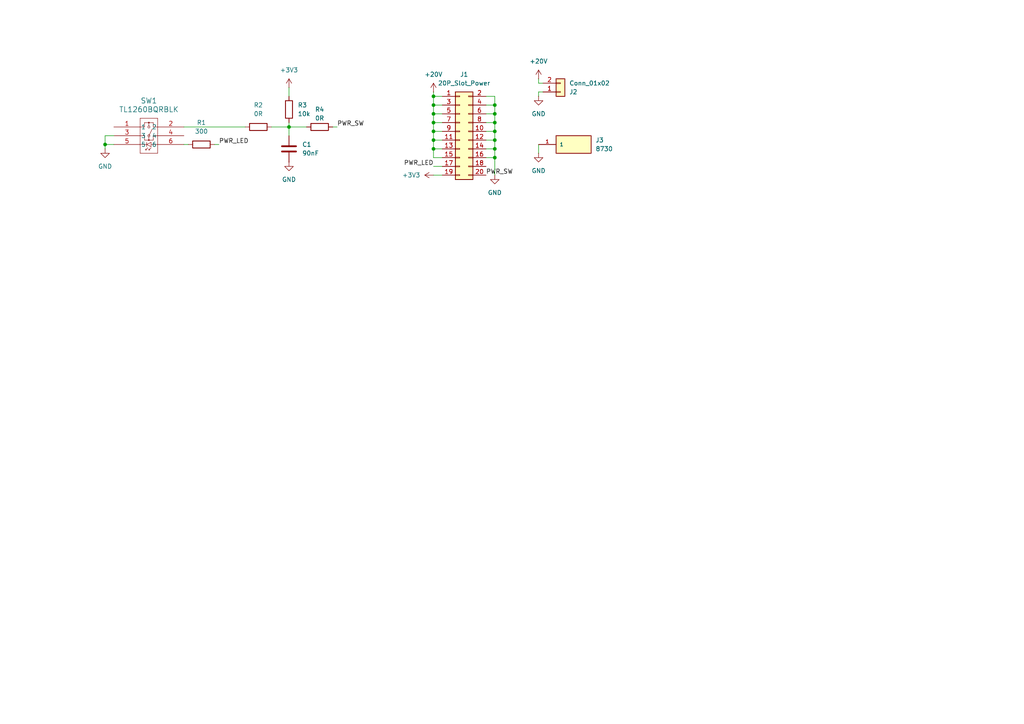
<source format=kicad_sch>
(kicad_sch (version 20250114) (generator "eeschema") (generator_version "9.0")
  (paper "A4")
  (lib_symbols
    (symbol "Connector_Generic:Conn_01x02" (pin_names (offset 1.016) (hide yes))
      (property "Reference" "J" (at 0 2.54 0))
      (property "Value" "Conn_01x02" (at 0 -5.08 0))
      (symbol "Conn_01x02_1_1"
        (rectangle (start -1.27 1.27) (end 1.27 -3.81) (stroke (width 0.254)) (fill (type background)))
        (rectangle (start -1.27 0.127) (end 0 -0.127) (stroke (width 0.1524)))
        (rectangle (start -1.27 -2.413) (end 0 -2.667) (stroke (width 0.1524)))
        (pin passive line (at -5.08 0 0) (length 3.81) (name "Pin_1") (number "1"))
        (pin passive line (at -5.08 -2.54 0) (length 3.81) (name "Pin_2") (number "2"))
      )
    )
    (symbol "Device:C" (pin_numbers (hide yes)) (pin_names (offset 0.254))
      (property "Reference" "C" (at 0.635 2.54 0))
      (property "Value" "C" (at 0.635 -2.54 0))
      (symbol "C_0_1"
        (polyline (pts (xy -2.032 0.762) (xy 2.032 0.762)) (stroke (width 0.508)))
        (polyline (pts (xy -2.032 -0.762) (xy 2.032 -0.762)) (stroke (width 0.508)))
      )
      (symbol "C_1_1"
        (pin passive line (at 0 3.81 270) (length 2.794) (name "~") (number "1"))
        (pin passive line (at 0 -3.81 90) (length 2.794) (name "~") (number "2"))
      )
    )
    (symbol "Device:R" (pin_numbers (hide yes)) (pin_names (offset 0))
      (property "Reference" "R" (at 2.032 0 90))
      (property "Value" "R" (at 0 0 90))
      (symbol "R_0_1"
        (rectangle (start -1.016 -2.54) (end 1.016 2.54) (stroke (width 0.254)))
      )
      (symbol "R_1_1"
        (pin passive line (at 0 3.81 270) (length 1.27) (name "~") (number "1"))
        (pin passive line (at 0 -3.81 90) (length 1.27) (name "~") (number "2"))
      )
    )
    (symbol "KEYSTONE_8730:8730" (pin_names (offset 1.016))
      (property "Reference" "J" (at -5.08 3.302 0))
      (property "Value" "8730" (at -5.08 -5.08 0))
      (symbol "8730_0_0"
        (rectangle (start -5.08 -2.54) (end 5.08 2.54) (stroke (width 0.254)) (fill (type background)))
        (pin passive line (at -10.16 0 0) (length 5.08) (name "1") (number "1"))
      )
    )
    (symbol "TL1260_EWI:TL1260BQRBLK" (pin_names (offset 0.254))
      (property "Reference" "SW" (at 10.16 7.62 0))
      (property "Value" "TL1260BQRBLK" (at 10.16 5.08 0))
      (symbol "TL1260BQRBLK_0_1"
        (polyline (pts (xy 7.62 2.54) (xy 7.62 -7.62)) (stroke (width 0.127)))
        (polyline (pts (xy 7.62 0) (xy 8.89 0)) (stroke (width 0.127)))
        (polyline (pts (xy 7.62 -2.54) (xy 8.89 -2.54)) (stroke (width 0.127)))
        (polyline (pts (xy 7.62 -5.08) (xy 9.525 -5.08)) (stroke (width 0.127)))
        (polyline (pts (xy 7.62 -7.62) (xy 12.7 -7.62)) (stroke (width 0.127)))
        (polyline (pts (xy 8.89 1.27) (xy 11.43 1.27)) (stroke (width 0.127)))
        (polyline (pts (xy 8.89 0) (xy 8.89 1.27)) (stroke (width 0.127)))
        (polyline (pts (xy 8.89 -2.54) (xy 8.89 -3.81)) (stroke (width 0.127)))
        (polyline (pts (xy 8.89 -3.81) (xy 11.43 -3.81)) (stroke (width 0.127)))
        (polyline (pts (xy 9.2075 -6.6675) (xy 9.2075 -6.35)) (stroke (width 0.127)))
        (polyline (pts (xy 9.2075 -6.6675) (xy 9.525 -6.6675)) (stroke (width 0.127)))
        (polyline (pts (xy 9.525 -4.445) (xy 9.525 -5.715)) (stroke (width 0.127)))
        (polyline (pts (xy 9.525 -5.08) (xy 10.795 -5.715)) (stroke (width 0.127)))
        (polyline (pts (xy 9.8425 -6.0325) (xy 9.2075 -6.6675)) (stroke (width 0.127)))
        (circle (center 10.16 1.27) (radius 0.127) (stroke (width 0.2032)))
        (polyline (pts (xy 10.16 0.3175) (xy 10.16 1.27)) (stroke (width 0.127)))
        (circle (center 10.16 0) (radius 0.3048) (stroke (width 0.127)))
        (polyline (pts (xy 10.16 -2.54) (xy 11.1125 -0.635)) (stroke (width 0.127)))
        (circle (center 10.16 -2.54) (radius 0.3048) (stroke (width 0.127)))
        (polyline (pts (xy 10.16 -2.8575) (xy 10.16 -3.81)) (stroke (width 0.127)))
        (circle (center 10.16 -3.81) (radius 0.127) (stroke (width 0.2032)))
        (polyline (pts (xy 10.16 -6.6675) (xy 10.16 -6.35)) (stroke (width 0.127)))
        (polyline (pts (xy 10.16 -6.6675) (xy 10.4775 -6.6675)) (stroke (width 0.127)))
        (polyline (pts (xy 10.795 -4.445) (xy 9.525 -5.08)) (stroke (width 0.127)))
        (polyline (pts (xy 10.795 -4.445) (xy 10.795 -5.715)) (stroke (width 0.127)))
        (polyline (pts (xy 10.795 -5.08) (xy 12.7 -5.08)) (stroke (width 0.127)))
        (polyline (pts (xy 10.795 -6.0325) (xy 10.16 -6.6675)) (stroke (width 0.127)))
        (polyline (pts (xy 11.43 1.27) (xy 11.43 0)) (stroke (width 0.127)))
        (polyline (pts (xy 11.43 0) (xy 12.7 0)) (stroke (width 0.127)))
        (polyline (pts (xy 11.43 -2.54) (xy 12.7 -2.54)) (stroke (width 0.127)))
        (polyline (pts (xy 11.43 -3.81) (xy 11.43 -2.54)) (stroke (width 0.127)))
        (polyline (pts (xy 12.7 2.54) (xy 7.62 2.54)) (stroke (width 0.127)))
        (polyline (pts (xy 12.7 -7.62) (xy 12.7 2.54)) (stroke (width 0.127)))
        (pin unspecified line (at 0 0 0) (length 7.62) (name "1") (number "1"))
        (pin unspecified line (at 0 -2.54 0) (length 7.62) (name "3") (number "3"))
        (pin unspecified line (at 0 -5.08 0) (length 7.62) (name "5") (number "5"))
        (pin unspecified line (at 20.32 0 180) (length 7.62) (name "2") (number "2"))
        (pin unspecified line (at 20.32 -2.54 180) (length 7.62) (name "4") (number "4"))
        (pin unspecified line (at 20.32 -5.08 180) (length 7.62) (name "6") (number "6"))
      )
    )
    (symbol "XG_Mobile:+20V" (power) (pin_numbers (hide yes)) (pin_names (offset 0) (hide yes))
      (property "Value" "+20V" (at 0 3.556 0))
      (symbol "+20V_0_1"
        (polyline (pts (xy -0.762 1.27) (xy 0 2.54)))
        (polyline (pts (xy 0 2.54) (xy 0.762 1.27)))
        (polyline (pts (xy 0 0) (xy 0 2.54)))
      )
      (symbol "+20V_1_1"
        (pin power_in line (at 0 0 90) (length 0) (name "~") (number "1"))
      )
    )
    (symbol "XG_Mobile:20P_Slot_Power" (pin_names (offset 1.016) (hide yes))
      (property "Reference" "J" (at 1.27 12.7 0))
      (property "Value" "20P_Slot_Power" (at 1.27 -15.24 0))
      (symbol "20P_Slot_Power_1_1"
        (rectangle (start -1.27 11.43) (end 3.81 -13.97) (stroke (width 0.254)) (fill (type background)))
        (rectangle (start -1.27 10.287) (end 0 10.033) (stroke (width 0.1524)))
        (rectangle (start -1.27 7.747) (end 0 7.493) (stroke (width 0.1524)))
        (rectangle (start -1.27 5.207) (end 0 4.953) (stroke (width 0.1524)))
        (rectangle (start -1.27 2.667) (end 0 2.413) (stroke (width 0.1524)))
        (rectangle (start -1.27 0.127) (end 0 -0.127) (stroke (width 0.1524)))
        (rectangle (start -1.27 -2.413) (end 0 -2.667) (stroke (width 0.1524)))
        (rectangle (start -1.27 -4.953) (end 0 -5.207) (stroke (width 0.1524)))
        (rectangle (start -1.27 -7.493) (end 0 -7.747) (stroke (width 0.1524)))
        (rectangle (start -1.27 -10.033) (end 0 -10.287) (stroke (width 0.1524)))
        (rectangle (start -1.27 -12.573) (end 0 -12.827) (stroke (width 0.1524)))
        (rectangle (start 3.81 10.287) (end 2.54 10.033) (stroke (width 0.1524)))
        (rectangle (start 3.81 7.747) (end 2.54 7.493) (stroke (width 0.1524)))
        (rectangle (start 3.81 5.207) (end 2.54 4.953) (stroke (width 0.1524)))
        (rectangle (start 3.81 2.667) (end 2.54 2.413) (stroke (width 0.1524)))
        (rectangle (start 3.81 0.127) (end 2.54 -0.127) (stroke (width 0.1524)))
        (rectangle (start 3.81 -2.413) (end 2.54 -2.667) (stroke (width 0.1524)))
        (rectangle (start 3.81 -4.953) (end 2.54 -5.207) (stroke (width 0.1524)))
        (rectangle (start 3.81 -7.493) (end 2.54 -7.747) (stroke (width 0.1524)))
        (rectangle (start 3.81 -10.033) (end 2.54 -10.287) (stroke (width 0.1524)))
        (rectangle (start 3.81 -12.573) (end 2.54 -12.827) (stroke (width 0.1524)))
        (pin passive line (at -5.08 10.16 0) (length 3.81) (name "Pin_1") (number "1"))
        (pin passive line (at -5.08 7.62 0) (length 3.81) (name "Pin_3") (number "3"))
        (pin passive line (at -5.08 5.08 0) (length 3.81) (name "Pin_5") (number "5"))
        (pin passive line (at -5.08 2.54 0) (length 3.81) (name "Pin_7") (number "7"))
        (pin passive line (at -5.08 0 0) (length 3.81) (name "Pin_9") (number "9"))
        (pin passive line (at -5.08 -2.54 0) (length 3.81) (name "Pin_11") (number "11"))
        (pin passive line (at -5.08 -5.08 0) (length 3.81) (name "Pin_13") (number "13"))
        (pin passive line (at -5.08 -7.62 0) (length 3.81) (name "Pin_15") (number "15"))
        (pin passive line (at -5.08 -10.16 0) (length 3.81) (name "Pin_17") (number "17"))
        (pin passive line (at -5.08 -12.7 0) (length 3.81) (name "Pin_19") (number "19"))
        (pin passive line (at 7.62 10.16 180) (length 3.81) (name "Pin_2") (number "2"))
        (pin passive line (at 7.62 7.62 180) (length 3.81) (name "Pin_4") (number "4"))
        (pin passive line (at 7.62 5.08 180) (length 3.81) (name "Pin_6") (number "6"))
        (pin passive line (at 7.62 2.54 180) (length 3.81) (name "Pin_8") (number "8"))
        (pin passive line (at 7.62 0 180) (length 3.81) (name "Pin_10") (number "10"))
        (pin passive line (at 7.62 -2.54 180) (length 3.81) (name "Pin_12") (number "12"))
        (pin passive line (at 7.62 -5.08 180) (length 3.81) (name "Pin_14") (number "14"))
        (pin passive line (at 7.62 -7.62 180) (length 3.81) (name "Pin_16") (number "16"))
        (pin passive line (at 7.62 -10.16 180) (length 3.81) (name "Pin_18") (number "18"))
        (pin passive line (at 7.62 -12.7 180) (length 3.81) (name "Pin_20") (number "20"))
      )
    )
    (symbol "power:+3V3" (power) (pin_numbers (hide yes)) (pin_names (offset 0) (hide yes))
      (property "Value" "+3V3" (at 0 3.556 0))
      (symbol "+3V3_0_1"
        (polyline (pts (xy -0.762 1.27) (xy 0 2.54)))
        (polyline (pts (xy 0 2.54) (xy 0.762 1.27)))
        (polyline (pts (xy 0 0) (xy 0 2.54)))
      )
      (symbol "+3V3_1_1"
        (pin power_in line (at 0 0 90) (length 0) (name "~") (number "1"))
      )
    )
    (symbol "power:GND" (power) (pin_numbers (hide yes)) (pin_names (offset 0) (hide yes))
      (property "Value" "GND" (at 0 -3.81 0))
      (symbol "GND_0_1"
        (polyline (pts (xy 0 0) (xy 0 -1.27) (xy 1.27 -1.27) (xy 0 -2.54) (xy -1.27 -1.27) (xy 0 -1.27)))
      )
      (symbol "GND_1_1"
        (pin power_in line (at 0 0 270) (length 0) (name "~") (number "1"))
      )
    )
  )
  (junction (at 143.51 33.02))
  (junction (at 83.82 36.83))
  (junction (at 143.51 45.72))
  (junction (at 143.51 43.18))
  (junction (at 125.73 30.48))
  (junction (at 143.51 40.64))
  (junction (at 125.73 35.56))
  (junction (at 125.73 33.02))
  (junction (at 125.73 40.64))
  (junction (at 143.51 38.1))
  (junction (at 125.73 38.1))
  (junction (at 143.51 30.48))
  (junction (at 30.48 41.91))
  (junction (at 143.51 35.56))
  (junction (at 125.73 27.94))
  (junction (at 125.73 43.18))
  (wire (pts (xy 156.21 26.67) (xy 157.48 26.67)))
  (wire (pts (xy 33.02 39.37) (xy 30.48 39.37)))
  (wire (pts (xy 125.73 45.72) (xy 125.73 43.18)))
  (wire (pts (xy 140.97 38.1) (xy 143.51 38.1)))
  (wire (pts (xy 83.82 36.83) (xy 88.9 36.83)))
  (wire (pts (xy 125.73 30.48) (xy 125.73 27.94)))
  (wire (pts (xy 143.51 30.48) (xy 143.51 33.02)))
  (wire (pts (xy 96.52 36.83) (xy 97.79 36.83)))
  (wire (pts (xy 143.51 45.72) (xy 140.97 45.72)))
  (wire (pts (xy 140.97 33.02) (xy 143.51 33.02)))
  (wire (pts (xy 30.48 41.91) (xy 33.02 41.91)))
  (wire (pts (xy 83.82 25.4) (xy 83.82 27.94)))
  (wire (pts (xy 156.21 41.91) (xy 156.21 44.45)))
  (wire (pts (xy 143.51 38.1) (xy 143.51 40.64)))
  (wire (pts (xy 140.97 30.48) (xy 143.51 30.48)))
  (wire (pts (xy 140.97 40.64) (xy 143.51 40.64)))
  (wire (pts (xy 140.97 35.56) (xy 143.51 35.56)))
  (wire (pts (xy 140.97 27.94) (xy 143.51 27.94)))
  (wire (pts (xy 143.51 50.8) (xy 143.51 45.72)))
  (wire (pts (xy 78.74 36.83) (xy 83.82 36.83)))
  (wire (pts (xy 62.23 41.91) (xy 63.5 41.91)))
  (wire (pts (xy 30.48 41.91) (xy 30.48 43.18)))
  (wire (pts (xy 128.27 38.1) (xy 125.73 38.1)))
  (wire (pts (xy 143.51 33.02) (xy 143.51 35.56)))
  (wire (pts (xy 125.73 50.8) (xy 128.27 50.8)))
  (wire (pts (xy 143.51 45.72) (xy 143.51 43.18)))
  (wire (pts (xy 128.27 40.64) (xy 125.73 40.64)))
  (wire (pts (xy 53.34 36.83) (xy 71.12 36.83)))
  (wire (pts (xy 125.73 27.94) (xy 125.73 26.67)))
  (wire (pts (xy 125.73 40.64) (xy 125.73 38.1)))
  (wire (pts (xy 54.61 41.91) (xy 53.34 41.91)))
  (wire (pts (xy 128.27 33.02) (xy 125.73 33.02)))
  (wire (pts (xy 125.73 38.1) (xy 125.73 35.56)))
  (wire (pts (xy 143.51 27.94) (xy 143.51 30.48)))
  (wire (pts (xy 125.73 40.64) (xy 125.73 43.18)))
  (wire (pts (xy 128.27 35.56) (xy 125.73 35.56)))
  (wire (pts (xy 156.21 24.13) (xy 157.48 24.13)))
  (wire (pts (xy 125.73 35.56) (xy 125.73 33.02)))
  (wire (pts (xy 156.21 22.86) (xy 156.21 24.13)))
  (wire (pts (xy 143.51 40.64) (xy 143.51 43.18)))
  (wire (pts (xy 125.73 33.02) (xy 125.73 30.48)))
  (wire (pts (xy 83.82 36.83) (xy 83.82 39.37)))
  (wire (pts (xy 140.97 43.18) (xy 143.51 43.18)))
  (wire (pts (xy 128.27 43.18) (xy 125.73 43.18)))
  (wire (pts (xy 30.48 39.37) (xy 30.48 41.91)))
  (wire (pts (xy 128.27 45.72) (xy 125.73 45.72)))
  (wire (pts (xy 143.51 35.56) (xy 143.51 38.1)))
  (wire (pts (xy 156.21 27.94) (xy 156.21 26.67)))
  (wire (pts (xy 128.27 30.48) (xy 125.73 30.48)))
  (wire (pts (xy 83.82 35.56) (xy 83.82 36.83)))
  (wire (pts (xy 128.27 27.94) (xy 125.73 27.94)))
  (wire (pts (xy 125.73 48.26) (xy 128.27 48.26)))
  (label "PWR_LED" (at 125.73 48.26 180))
  (label "PWR_LED" (at 63.5 41.91 0))
  (label "PWR_SW" (at 140.97 50.8 0))
  (label "PWR_SW" (at 97.79 36.83 0))
  (symbol (lib_id "XG_Mobile:+20V") (at 125.73 26.67 0) (unit 1)
    (property "Reference" "#PWR01" (effects (hide yes)))
    (property "Value" "+20V" (at 125.73 21.59 0))
    (property "Description" "Power symbol creates a global label with name \"+20V\"" (effects (hide yes)))
  )
  (symbol (lib_id "power:+3V3") (at 83.82 25.4 0) (unit 1)
    (property "Reference" "#PWR07" (effects (hide yes)))
    (property "Value" "+3V3" (at 83.82 20.32 0))
    (property "Description" "Power symbol creates a global label with name \"+3V3\"" (effects (hide yes)))
  )
  (symbol (lib_id "Device:R") (at 58.42 41.91 90) (unit 1)
    (property "Reference" "R1" (at 58.42 35.56 90))
    (property "Value" "300" (at 58.42 38.1 90))
    (property "Footprint" "Resistor_SMD:R_0603_1608Metric" (effects (hide yes)))
    (property "Description" "Resistor" (effects (hide yes)))
  )
  (symbol (lib_id "Device:R") (at 83.82 31.75 180) (unit 1)
    (property "Reference" "R3" (at 86.36 30.4799 0) (effects (justify right)))
    (property "Value" "10k" (at 86.36 33.0199 0) (effects (justify right)))
    (property "Footprint" "Resistor_SMD:R_0402_1005Metric" (effects (hide yes)))
    (property "Description" "Resistor" (effects (hide yes)))
  )
  (symbol (lib_id "Device:C") (at 83.82 43.18 0) (unit 1)
    (property "Reference" "C1" (at 87.63 41.9099 0) (effects (justify left)))
    (property "Value" "90nF" (at 87.63 44.4499 0) (effects (justify left)))
    (property "Footprint" "Capacitor_SMD:C_0402_1005Metric" (effects (hide yes)))
    (property "Description" "Unpolarized capacitor" (effects (hide yes)))
  )
  (symbol (lib_id "Device:R") (at 74.93 36.83 270) (unit 1)
    (property "Reference" "R2" (at 74.93 30.48 90))
    (property "Value" "0R" (at 74.93 33.02 90))
    (property "Footprint" "Resistor_SMD:R_0402_1005Metric" (effects (hide yes)))
    (property "Description" "Resistor" (effects (hide yes)))
  )
  (symbol (lib_id "power:GND") (at 83.82 46.99 0) (unit 1)
    (property "Reference" "#PWR03" (effects (hide yes)))
    (property "Value" "GND" (at 83.82 52.07 0))
    (property "Description" "Power symbol creates a global label with name \"GND\" , ground" (effects (hide yes)))
  )
  (symbol (lib_id "KEYSTONE_8730:8730") (at 166.37 41.91 0) (unit 1)
    (property "Reference" "J3" (at 172.72 40.6399 0) (effects (justify left)))
    (property "Value" "8730" (at 172.72 43.1799 0) (effects (justify left)))
    (property "Footprint" "KEYSTONE_8730:KEYSTONE_8730" (effects (hide yes)))
    (property "PARTREV" "C" (effects (hide yes)))
    (property "SNAPEDA_PN" "8730" (effects (hide yes)))
    (property "STANDARD" "Manufacturer Recommendations" (effects (hide yes)))
    (property "MAXIMUM_PACKAGE_HEIGHT" "6.25 mm" (effects (hide yes)))
    (property "MANUFACTURER" "Keystone" (effects (hide yes)))
  )
  (symbol (lib_id "power:GND") (at 143.51 50.8 0) (unit 1)
    (property "Reference" "#PWR02" (effects (hide yes)))
    (property "Value" "GND" (at 143.51 55.88 0))
    (property "Description" "Power symbol creates a global label with name \"GND\" , ground" (effects (hide yes)))
  )
  (symbol (lib_id "Device:R") (at 92.71 36.83 270) (unit 1)
    (property "Reference" "R4" (at 92.71 31.75 90))
    (property "Value" "0R" (at 92.71 34.29 90))
    (property "Footprint" "Resistor_SMD:R_0402_1005Metric" (effects (hide yes)))
    (property "Description" "Resistor" (effects (hide yes)))
  )
  (symbol (lib_id "power:GND") (at 156.21 44.45 0) (unit 1)
    (property "Reference" "#PWR09" (effects (hide yes)))
    (property "Value" "GND" (at 156.21 49.53 0))
    (property "Description" "Power symbol creates a global label with name \"GND\" , ground" (effects (hide yes)))
  )
  (symbol (lib_id "power:GND") (at 30.48 43.18 0) (unit 1)
    (property "Reference" "#PWR04" (effects (hide yes)))
    (property "Value" "GND" (at 30.48 48.26 0))
    (property "Description" "Power symbol creates a global label with name \"GND\" , ground" (effects (hide yes)))
  )
  (symbol (lib_id "power:+3V3") (at 125.73 50.8 90) (unit 1)
    (property "Reference" "#PWR06" (effects (hide yes)))
    (property "Value" "+3V3" (at 121.92 50.7999 90) (effects (justify left)))
    (property "Description" "Power symbol creates a global label with name \"+3V3\"" (effects (hide yes)))
  )
  (symbol (lib_id "XG_Mobile:20P_Slot_Power") (at 133.35 38.1 0) (unit 1)
    (property "Reference" "J1" (at 134.62 21.59 0))
    (property "Value" "20P_Slot_Power" (at 134.62 24.13 0))
    (property "Footprint" "XG_Mobile:20P_Slot_Power" (effects (hide yes)))
    (property "Description" "Generic connector, double row, 02x10, odd/even pin numbering scheme (row 1 odd numbers, row 2 even numbers), script generated (kicad-library-utils/schlib/autogen/connector/)" (effects (hide yes)))
  )
  (symbol (lib_id "Connector_Generic:Conn_01x02") (at 162.56 26.67 0) (mirror x) (unit 1)
    (property "Reference" "J2" (at 165.1 26.6701 0) (effects (justify left)))
    (property "Value" "Conn_01x02" (at 165.1 24.1301 0) (effects (justify left)))
    (property "Footprint" "XG_Mobile:2351970-1" (effects (hide yes)))
    (property "Description" "Generic connector, single row, 01x02, script generated (kicad-library-utils/schlib/autogen/connector/)" (effects (hide yes)))
  )
  (symbol (lib_id "TL1260_EWI:TL1260BQRBLK") (at 33.02 36.83 0) (unit 1)
    (property "Reference" "SW1" (at 43.18 29.21 0) (effects (font (size 1.524 1.524))))
    (property "Value" "TL1260BQRBLK" (at 43.18 31.75 0) (effects (font (size 1.524 1.524))))
    (property "Footprint" "TL1260_EWI" (effects (hide yes)))
    (property "Datasheet" "TL1260BQRBLK" (effects (hide yes)))
  )
  (symbol (lib_id "XG_Mobile:+20V") (at 156.21 22.86 0) (unit 1)
    (property "Reference" "#PWR05" (effects (hide yes)))
    (property "Value" "+20V" (at 156.21 17.78 0))
    (property "Description" "Power symbol creates a global label with name \"+20V\"" (effects (hide yes)))
  )
  (symbol (lib_id "power:GND") (at 156.21 27.94 0) (unit 1)
    (property "Reference" "#PWR08" (effects (hide yes)))
    (property "Value" "GND" (at 156.21 33.02 0))
    (property "Description" "Power symbol creates a global label with name \"GND\" , ground" (effects (hide yes)))
  )
)
</source>
